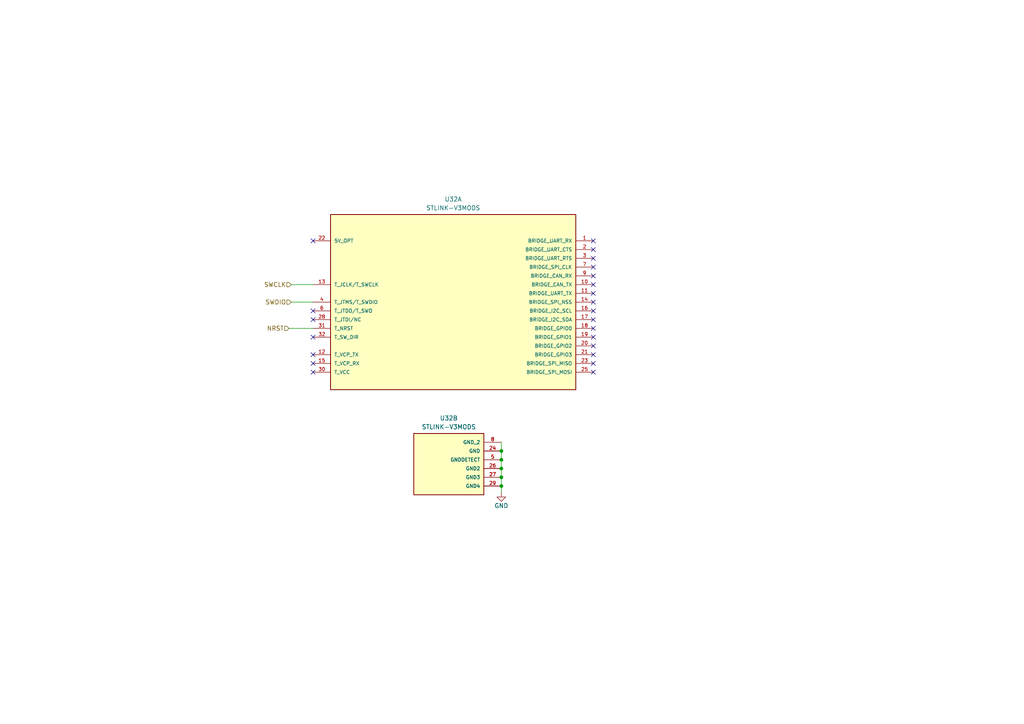
<source format=kicad_sch>
(kicad_sch (version 20231120) (generator "eeschema") (generator_version "8.0")
  (paper "A4")
  (lib_symbols
    (symbol "FrontBox:STLINK-V3MODS" (pin_names (offset 1.016))
      (property "Reference" "U" (at -35.56 26.162 0))
      (property "Value" "STLINK-V3MODS" (at -35.56 -27.94 0))
      (symbol "STLINK-V3MODS_1_0"
        (rectangle (start -35.56 -25.4) (end 35.56 25.4) (stroke (width 0.254)) (fill (type background)))
        (pin passive line (at 40.64 17.78 180) (length 5.08) (name "BRIDGE_UART_RX") (number "1"))
        (pin passive line (at 40.64 5.08 180) (length 5.08) (name "BRIDGE_CAN_TX") (number "10"))
        (pin passive line (at 40.64 2.54 180) (length 5.08) (name "BRIDGE_UART_TX") (number "11"))
        (pin passive line (at -40.64 -15.24 0) (length 5.08) (name "T_VCP_TX") (number "12"))
        (pin passive line (at -40.64 5.08 0) (length 5.08) (name "T_JCLK/T_SWCLK") (number "13"))
        (pin passive line (at 40.64 0 180) (length 5.08) (name "BRIDGE_SPI_NSS") (number "14"))
        (pin passive line (at -40.64 -17.78 0) (length 5.08) (name "T_VCP_RX") (number "15"))
        (pin bidirectional line (at 40.64 -2.54 180) (length 5.08) (name "BRIDGE_I2C_SCL") (number "16"))
        (pin bidirectional line (at 40.64 -5.08 180) (length 5.08) (name "BRIDGE_I2C_SDA") (number "17"))
        (pin bidirectional line (at 40.64 -7.62 180) (length 5.08) (name "BRIDGE_GPIO0") (number "18"))
        (pin bidirectional line (at 40.64 -10.16 180) (length 5.08) (name "BRIDGE_GPIO1") (number "19"))
        (pin passive line (at 40.64 15.24 180) (length 5.08) (name "BRIDGE_UART_CTS") (number "2"))
        (pin bidirectional line (at 40.64 -12.7 180) (length 5.08) (name "BRIDGE_GPIO2") (number "20"))
        (pin bidirectional line (at 40.64 -15.24 180) (length 5.08) (name "BRIDGE_GPIO3") (number "21"))
        (pin passive line (at -40.64 17.78 0) (length 5.08) (name "5V_OPT") (number "22"))
        (pin passive line (at 40.64 -17.78 180) (length 5.08) (name "BRIDGE_SPI_MISO") (number "23"))
        (pin passive line (at 40.64 -20.32 180) (length 5.08) (name "BRIDGE_SPI_MOSI") (number "25"))
        (pin passive line (at -40.64 -5.08 0) (length 5.08) (name "T_JTDI/NC") (number "28"))
        (pin passive line (at 40.64 12.7 180) (length 5.08) (name "BRIDGE_UART_RTS") (number "3"))
        (pin passive line (at -40.64 -20.32 0) (length 5.08) (name "T_VCC") (number "30"))
        (pin passive line (at -40.64 -7.62 0) (length 5.08) (name "T_NRST") (number "31"))
        (pin passive line (at -40.64 -10.16 0) (length 5.08) (name "T_SW_DIR") (number "32"))
        (pin passive line (at -40.64 0 0) (length 5.08) (name "T_JTMS/T_SWDIO") (number "4"))
        (pin passive line (at -40.64 -2.54 0) (length 5.08) (name "T_JTDO/T_SWO") (number "6"))
        (pin passive line (at 40.64 10.16 180) (length 5.08) (name "BRIDGE_SPI_CLK") (number "7"))
        (pin passive line (at 40.64 7.62 180) (length 5.08) (name "BRIDGE_CAN_RX") (number "9"))
      )
      (symbol "STLINK-V3MODS_2_0"
        (rectangle (start -10.16 -10.16) (end 10.16 7.62) (stroke (width 0.254)) (fill (type background)))
        (pin power_in line (at 15.24 2.54 180) (length 5.08) (name "GND") (number "24"))
        (pin power_in line (at 15.24 -2.54 180) (length 5.08) (name "GND2") (number "26"))
        (pin power_in line (at 15.24 -5.08 180) (length 5.08) (name "GND3") (number "27"))
        (pin power_in line (at 15.24 -7.62 180) (length 5.08) (name "GND4") (number "29"))
        (pin power_in line (at 15.24 0 180) (length 5.08) (name "GNDDETECT") (number "5"))
        (pin power_in line (at 15.24 5.08 180) (length 5.08) (name "GND_2") (number "8"))
      )
    )
    (symbol "power:GND" (power) (pin_names (offset 0))
      (property "Value" "GND" (at 0 -3.81 0))
      (symbol "GND_0_1"
        (polyline (pts (xy 0 0) (xy 0 -1.27) (xy 1.27 -1.27) (xy 0 -2.54) (xy -1.27 -1.27) (xy 0 -1.27)))
      )
      (symbol "GND_1_1"
        (pin power_in line (at 0 0 270) (length 0) hide (name "GND") (number "1"))
      )
    )
  )
  (junction (at 145.415 133.35))
  (junction (at 145.415 130.81))
  (junction (at 145.415 135.89))
  (junction (at 145.415 138.43))
  (junction (at 145.415 140.97))
  (no_connect (at 90.805 92.71))
  (no_connect (at 172.085 105.41))
  (no_connect (at 90.805 102.87))
  (no_connect (at 172.085 74.93))
  (no_connect (at 172.085 72.39))
  (no_connect (at 172.085 87.63))
  (no_connect (at 90.805 107.95))
  (no_connect (at 172.085 85.09))
  (no_connect (at 90.805 69.85))
  (no_connect (at 90.805 90.17))
  (no_connect (at 172.085 107.95))
  (no_connect (at 172.085 77.47))
  (no_connect (at 172.085 80.01))
  (no_connect (at 172.085 95.25))
  (no_connect (at 172.085 100.33))
  (no_connect (at 90.805 97.79))
  (no_connect (at 172.085 82.55))
  (no_connect (at 172.085 90.17))
  (no_connect (at 172.085 102.87))
  (no_connect (at 172.085 69.85))
  (no_connect (at 172.085 97.79))
  (no_connect (at 172.085 92.71))
  (no_connect (at 90.805 105.41))
  (wire (pts (xy 145.415 128.27) (xy 145.415 130.81)))
  (wire (pts (xy 84.455 87.63) (xy 90.805 87.63)))
  (wire (pts (xy 145.415 130.81) (xy 145.415 133.35)))
  (wire (pts (xy 145.415 135.89) (xy 145.415 138.43)))
  (wire (pts (xy 145.415 140.97) (xy 145.415 142.875)))
  (wire (pts (xy 145.415 138.43) (xy 145.415 140.97)))
  (wire (pts (xy 145.415 133.35) (xy 145.415 135.89)))
  (wire (pts (xy 83.82 95.25) (xy 90.805 95.25)))
  (wire (pts (xy 84.455 82.55) (xy 90.805 82.55)))
  (hierarchical_label "SWDIO" (shape input) (at 84.455 87.63 180))
  (hierarchical_label "SWCLK" (shape input) (at 84.455 82.55 180))
  (hierarchical_label "NRST" (shape input) (at 83.82 95.25 180))
  (symbol (lib_id "FrontBox:STLINK-V3MODS") (at 130.175 133.35 0) (unit 2)
    (property "Reference" "U32" (at 130.175 121.285 0))
    (property "Value" "STLINK-V3MODS" (at 130.175 123.825 0))
    (property "Footprint" "Frontbox:MODULE_STLINK-V3MODS" (effects (hide yes)))
    (property "Description" "\nSTM32 series Debugger, Programmer (In-Circuit/In-System)\n" (effects (hide yes)))
    (property "DigiKey_Part_Number" "497-STLINK-V3MODS-ND" (effects (hide yes)))
    (property "MF" "STMicroelectronics" (effects (hide yes)))
    (property "Purchase-URL" "https://www.snapeda.com/api/url_track_click_mouser/?unipart_id=4704654&manufacturer=STMicroelectronics&part_name=STLINK-V3MODS&search_term=stlink-v3mods" (effects (hide yes)))
    (property "Package" "None" (effects (hide yes)))
    (property "Check_prices" "https://www.snapeda.com/parts/STLINK-V3MODS/STMicroelectronics/view-part/?ref=eda" (effects (hide yes)))
    (property "STANDARD" "Manufacturer Recommendations" (effects (hide yes)))
    (property "PARTREV" "1" (effects (hide yes)))
    (property "SnapEDA_Link" "https://www.snapeda.com/parts/STLINK-V3MODS/STMicroelectronics/view-part/?ref=snap" (effects (hide yes)))
    (property "MP" "STLINK-V3MODS" (effects (hide yes)))
    (property "MANUFACTURER" "ST Microelectronics" (effects (hide yes)))
  )
  (symbol (lib_id "FrontBox:STLINK-V3MODS") (at 131.445 87.63 0) (unit 1)
    (property "Reference" "U32" (at 131.445 57.785 0))
    (property "Value" "STLINK-V3MODS" (at 131.445 60.325 0))
    (property "Footprint" "Frontbox:MODULE_STLINK-V3MODS" (effects (hide yes)))
    (property "Description" "\nSTM32 series Debugger, Programmer (In-Circuit/In-System)\n" (effects (hide yes)))
    (property "DigiKey_Part_Number" "497-STLINK-V3MODS-ND" (effects (hide yes)))
    (property "MF" "STMicroelectronics" (effects (hide yes)))
    (property "Purchase-URL" "https://www.snapeda.com/api/url_track_click_mouser/?unipart_id=4704654&manufacturer=STMicroelectronics&part_name=STLINK-V3MODS&search_term=stlink-v3mods" (effects (hide yes)))
    (property "Package" "None" (effects (hide yes)))
    (property "Check_prices" "https://www.snapeda.com/parts/STLINK-V3MODS/STMicroelectronics/view-part/?ref=eda" (effects (hide yes)))
    (property "STANDARD" "Manufacturer Recommendations" (effects (hide yes)))
    (property "PARTREV" "1" (effects (hide yes)))
    (property "SnapEDA_Link" "https://www.snapeda.com/parts/STLINK-V3MODS/STMicroelectronics/view-part/?ref=snap" (effects (hide yes)))
    (property "MP" "STLINK-V3MODS" (effects (hide yes)))
    (property "MANUFACTURER" "ST Microelectronics" (effects (hide yes)))
  )
  (symbol (lib_id "power:GND") (at 145.415 142.875 0) (unit 1)
    (property "Reference" "#PWR010" (effects (hide yes)))
    (property "Value" "GND" (at 145.415 146.685 0))
  )
)
</source>
